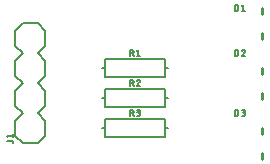
<source format=gbr>
G04 EAGLE Gerber RS-274X export*
G75*
%MOMM*%
%FSLAX34Y34*%
%LPD*%
%INSilkscreen Top*%
%IPPOS*%
%AMOC8*
5,1,8,0,0,1.08239X$1,22.5*%
G01*
%ADD10C,0.254000*%
%ADD11C,0.127000*%
%ADD12C,0.203200*%


D10*
X234823Y165354D02*
X234823Y160274D01*
X234823Y144018D02*
X234823Y139446D01*
D11*
X211725Y163195D02*
X211725Y168021D01*
X213065Y168021D01*
X213135Y168019D01*
X213205Y168014D01*
X213275Y168004D01*
X213344Y167992D01*
X213412Y167975D01*
X213479Y167955D01*
X213546Y167932D01*
X213610Y167905D01*
X213674Y167875D01*
X213736Y167841D01*
X213795Y167805D01*
X213853Y167765D01*
X213909Y167722D01*
X213962Y167677D01*
X214013Y167628D01*
X214062Y167577D01*
X214107Y167524D01*
X214150Y167468D01*
X214190Y167410D01*
X214226Y167351D01*
X214260Y167289D01*
X214290Y167225D01*
X214317Y167161D01*
X214340Y167094D01*
X214360Y167027D01*
X214377Y166959D01*
X214389Y166890D01*
X214399Y166820D01*
X214404Y166750D01*
X214406Y166680D01*
X214406Y164536D01*
X214404Y164466D01*
X214399Y164396D01*
X214389Y164326D01*
X214377Y164257D01*
X214360Y164189D01*
X214340Y164122D01*
X214317Y164055D01*
X214290Y163991D01*
X214260Y163927D01*
X214226Y163865D01*
X214190Y163806D01*
X214150Y163748D01*
X214107Y163692D01*
X214062Y163639D01*
X214013Y163588D01*
X213962Y163539D01*
X213909Y163494D01*
X213853Y163451D01*
X213795Y163411D01*
X213735Y163375D01*
X213674Y163341D01*
X213610Y163311D01*
X213546Y163284D01*
X213479Y163261D01*
X213412Y163241D01*
X213344Y163224D01*
X213275Y163212D01*
X213205Y163202D01*
X213135Y163197D01*
X213065Y163195D01*
X211725Y163195D01*
X217394Y166949D02*
X218735Y168021D01*
X218735Y163195D01*
X220075Y163195D02*
X217394Y163195D01*
D10*
X234823Y114554D02*
X234823Y109474D01*
X234823Y93218D02*
X234823Y88646D01*
D11*
X211725Y125095D02*
X211725Y129921D01*
X213065Y129921D01*
X213135Y129919D01*
X213205Y129914D01*
X213275Y129904D01*
X213344Y129892D01*
X213412Y129875D01*
X213479Y129855D01*
X213546Y129832D01*
X213610Y129805D01*
X213674Y129775D01*
X213736Y129741D01*
X213795Y129705D01*
X213853Y129665D01*
X213909Y129622D01*
X213962Y129577D01*
X214013Y129528D01*
X214062Y129477D01*
X214107Y129424D01*
X214150Y129368D01*
X214190Y129310D01*
X214226Y129251D01*
X214260Y129189D01*
X214290Y129125D01*
X214317Y129061D01*
X214340Y128994D01*
X214360Y128927D01*
X214377Y128859D01*
X214389Y128790D01*
X214399Y128720D01*
X214404Y128650D01*
X214406Y128580D01*
X214406Y126436D01*
X214404Y126366D01*
X214399Y126296D01*
X214389Y126226D01*
X214377Y126157D01*
X214360Y126089D01*
X214340Y126022D01*
X214317Y125955D01*
X214290Y125891D01*
X214260Y125827D01*
X214226Y125765D01*
X214190Y125706D01*
X214150Y125648D01*
X214107Y125592D01*
X214062Y125539D01*
X214013Y125488D01*
X213962Y125439D01*
X213909Y125394D01*
X213853Y125351D01*
X213795Y125311D01*
X213735Y125275D01*
X213674Y125241D01*
X213610Y125211D01*
X213546Y125184D01*
X213479Y125161D01*
X213412Y125141D01*
X213344Y125124D01*
X213275Y125112D01*
X213205Y125102D01*
X213135Y125097D01*
X213065Y125095D01*
X211725Y125095D01*
X218869Y129921D02*
X218937Y129919D01*
X219004Y129913D01*
X219071Y129904D01*
X219138Y129891D01*
X219203Y129874D01*
X219268Y129853D01*
X219331Y129829D01*
X219393Y129801D01*
X219453Y129770D01*
X219511Y129736D01*
X219567Y129698D01*
X219622Y129658D01*
X219673Y129614D01*
X219722Y129567D01*
X219769Y129518D01*
X219813Y129467D01*
X219853Y129412D01*
X219891Y129356D01*
X219925Y129298D01*
X219956Y129238D01*
X219984Y129176D01*
X220008Y129113D01*
X220029Y129048D01*
X220046Y128983D01*
X220059Y128916D01*
X220068Y128849D01*
X220074Y128782D01*
X220076Y128714D01*
X218869Y129921D02*
X218791Y129919D01*
X218713Y129913D01*
X218636Y129903D01*
X218559Y129890D01*
X218483Y129872D01*
X218408Y129851D01*
X218334Y129826D01*
X218262Y129797D01*
X218191Y129765D01*
X218122Y129729D01*
X218054Y129690D01*
X217989Y129647D01*
X217926Y129601D01*
X217865Y129552D01*
X217807Y129500D01*
X217752Y129445D01*
X217699Y129388D01*
X217650Y129328D01*
X217603Y129265D01*
X217560Y129201D01*
X217520Y129134D01*
X217483Y129065D01*
X217450Y128994D01*
X217420Y128922D01*
X217394Y128849D01*
X219673Y127776D02*
X219722Y127825D01*
X219769Y127877D01*
X219812Y127932D01*
X219853Y127989D01*
X219891Y128048D01*
X219925Y128109D01*
X219956Y128172D01*
X219984Y128236D01*
X220008Y128302D01*
X220028Y128368D01*
X220045Y128436D01*
X220058Y128505D01*
X220067Y128574D01*
X220073Y128644D01*
X220075Y128714D01*
X219673Y127776D02*
X217394Y125095D01*
X220075Y125095D01*
D10*
X234823Y63754D02*
X234823Y58674D01*
X234823Y42418D02*
X234823Y37846D01*
D11*
X211725Y74295D02*
X211725Y79121D01*
X213065Y79121D01*
X213135Y79119D01*
X213205Y79114D01*
X213275Y79104D01*
X213344Y79092D01*
X213412Y79075D01*
X213479Y79055D01*
X213546Y79032D01*
X213610Y79005D01*
X213674Y78975D01*
X213736Y78941D01*
X213795Y78905D01*
X213853Y78865D01*
X213909Y78822D01*
X213962Y78777D01*
X214013Y78728D01*
X214062Y78677D01*
X214107Y78624D01*
X214150Y78568D01*
X214190Y78510D01*
X214226Y78451D01*
X214260Y78389D01*
X214290Y78325D01*
X214317Y78261D01*
X214340Y78194D01*
X214360Y78127D01*
X214377Y78059D01*
X214389Y77990D01*
X214399Y77920D01*
X214404Y77850D01*
X214406Y77780D01*
X214406Y75636D01*
X214404Y75566D01*
X214399Y75496D01*
X214389Y75426D01*
X214377Y75357D01*
X214360Y75289D01*
X214340Y75222D01*
X214317Y75155D01*
X214290Y75091D01*
X214260Y75027D01*
X214226Y74965D01*
X214190Y74906D01*
X214150Y74848D01*
X214107Y74792D01*
X214062Y74739D01*
X214013Y74688D01*
X213962Y74639D01*
X213909Y74594D01*
X213853Y74551D01*
X213795Y74511D01*
X213735Y74475D01*
X213674Y74441D01*
X213610Y74411D01*
X213546Y74384D01*
X213479Y74361D01*
X213412Y74341D01*
X213344Y74324D01*
X213275Y74312D01*
X213205Y74302D01*
X213135Y74297D01*
X213065Y74295D01*
X211725Y74295D01*
X217394Y74295D02*
X218735Y74295D01*
X218806Y74297D01*
X218878Y74303D01*
X218948Y74312D01*
X219018Y74325D01*
X219088Y74342D01*
X219156Y74363D01*
X219223Y74387D01*
X219289Y74415D01*
X219353Y74446D01*
X219416Y74481D01*
X219476Y74519D01*
X219535Y74560D01*
X219591Y74604D01*
X219645Y74651D01*
X219696Y74700D01*
X219744Y74753D01*
X219790Y74808D01*
X219832Y74865D01*
X219872Y74925D01*
X219908Y74986D01*
X219941Y75050D01*
X219970Y75115D01*
X219996Y75181D01*
X220019Y75249D01*
X220038Y75318D01*
X220053Y75388D01*
X220064Y75458D01*
X220072Y75529D01*
X220076Y75600D01*
X220076Y75672D01*
X220072Y75743D01*
X220064Y75814D01*
X220053Y75884D01*
X220038Y75954D01*
X220019Y76023D01*
X219996Y76091D01*
X219970Y76157D01*
X219941Y76222D01*
X219908Y76286D01*
X219872Y76347D01*
X219832Y76407D01*
X219790Y76464D01*
X219744Y76519D01*
X219696Y76572D01*
X219645Y76621D01*
X219591Y76668D01*
X219535Y76712D01*
X219476Y76753D01*
X219416Y76791D01*
X219353Y76826D01*
X219289Y76857D01*
X219223Y76885D01*
X219156Y76909D01*
X219088Y76930D01*
X219018Y76947D01*
X218948Y76960D01*
X218878Y76969D01*
X218806Y76975D01*
X218735Y76977D01*
X219003Y79121D02*
X217394Y79121D01*
X219003Y79121D02*
X219068Y79119D01*
X219132Y79113D01*
X219196Y79103D01*
X219260Y79090D01*
X219322Y79072D01*
X219383Y79051D01*
X219443Y79027D01*
X219501Y78998D01*
X219558Y78966D01*
X219612Y78931D01*
X219664Y78893D01*
X219714Y78851D01*
X219761Y78807D01*
X219805Y78760D01*
X219847Y78710D01*
X219885Y78658D01*
X219920Y78604D01*
X219952Y78547D01*
X219981Y78489D01*
X220005Y78429D01*
X220026Y78368D01*
X220044Y78306D01*
X220057Y78242D01*
X220067Y78178D01*
X220073Y78114D01*
X220075Y78049D01*
X220073Y77984D01*
X220067Y77920D01*
X220057Y77856D01*
X220044Y77792D01*
X220026Y77730D01*
X220005Y77669D01*
X219981Y77609D01*
X219952Y77551D01*
X219920Y77494D01*
X219885Y77440D01*
X219847Y77388D01*
X219805Y77338D01*
X219761Y77291D01*
X219714Y77247D01*
X219664Y77205D01*
X219612Y77167D01*
X219558Y77132D01*
X219501Y77100D01*
X219443Y77071D01*
X219383Y77047D01*
X219322Y77026D01*
X219260Y77008D01*
X219196Y76995D01*
X219132Y76985D01*
X219068Y76979D01*
X219003Y76977D01*
X219003Y76976D02*
X217930Y76976D01*
D12*
X25400Y133350D02*
X25400Y146050D01*
X31750Y152400D01*
X44450Y152400D02*
X50800Y146050D01*
X25400Y107950D02*
X31750Y101600D01*
X25400Y107950D02*
X25400Y120650D01*
X31750Y127000D01*
X44450Y127000D02*
X50800Y120650D01*
X50800Y107950D01*
X44450Y101600D01*
X31750Y127000D02*
X25400Y133350D01*
X44450Y127000D02*
X50800Y133350D01*
X50800Y146050D01*
X25400Y69850D02*
X25400Y57150D01*
X25400Y69850D02*
X31750Y76200D01*
X44450Y76200D02*
X50800Y69850D01*
X31750Y76200D02*
X25400Y82550D01*
X25400Y95250D01*
X31750Y101600D01*
X44450Y101600D02*
X50800Y95250D01*
X50800Y82550D01*
X44450Y76200D01*
X44450Y50800D02*
X31750Y50800D01*
X25400Y57150D01*
X44450Y50800D02*
X50800Y57150D01*
X50800Y69850D01*
X44450Y152400D02*
X31750Y152400D01*
D11*
X22423Y53044D02*
X18669Y53044D01*
X22423Y53043D02*
X22488Y53041D01*
X22552Y53035D01*
X22616Y53025D01*
X22680Y53012D01*
X22742Y52994D01*
X22803Y52973D01*
X22863Y52949D01*
X22921Y52920D01*
X22978Y52888D01*
X23032Y52853D01*
X23084Y52815D01*
X23134Y52773D01*
X23181Y52729D01*
X23225Y52682D01*
X23267Y52632D01*
X23305Y52580D01*
X23340Y52526D01*
X23372Y52469D01*
X23401Y52411D01*
X23425Y52351D01*
X23446Y52290D01*
X23464Y52228D01*
X23477Y52164D01*
X23487Y52100D01*
X23493Y52036D01*
X23495Y51971D01*
X23495Y51435D01*
X19741Y55992D02*
X18669Y57332D01*
X23495Y57332D01*
X23495Y55992D02*
X23495Y58673D01*
D12*
X101600Y121920D02*
X152400Y121920D01*
X152400Y114300D01*
X152400Y106680D01*
X101600Y106680D01*
X101600Y114300D01*
X101600Y121920D01*
X152400Y114300D02*
X154940Y114300D01*
X101600Y114300D02*
X99060Y114300D01*
D11*
X122948Y125095D02*
X122948Y129921D01*
X124289Y129921D01*
X124360Y129919D01*
X124432Y129913D01*
X124502Y129904D01*
X124572Y129891D01*
X124642Y129874D01*
X124710Y129853D01*
X124777Y129829D01*
X124843Y129801D01*
X124907Y129770D01*
X124970Y129735D01*
X125030Y129697D01*
X125089Y129656D01*
X125145Y129612D01*
X125199Y129565D01*
X125250Y129516D01*
X125298Y129463D01*
X125344Y129408D01*
X125386Y129351D01*
X125426Y129291D01*
X125462Y129230D01*
X125495Y129166D01*
X125524Y129101D01*
X125550Y129035D01*
X125573Y128967D01*
X125592Y128898D01*
X125607Y128828D01*
X125618Y128758D01*
X125626Y128687D01*
X125630Y128616D01*
X125630Y128544D01*
X125626Y128473D01*
X125618Y128402D01*
X125607Y128332D01*
X125592Y128262D01*
X125573Y128193D01*
X125550Y128125D01*
X125524Y128059D01*
X125495Y127994D01*
X125462Y127930D01*
X125426Y127869D01*
X125386Y127809D01*
X125344Y127752D01*
X125298Y127697D01*
X125250Y127644D01*
X125199Y127595D01*
X125145Y127548D01*
X125089Y127504D01*
X125030Y127463D01*
X124970Y127425D01*
X124907Y127390D01*
X124843Y127359D01*
X124777Y127331D01*
X124710Y127307D01*
X124642Y127286D01*
X124572Y127269D01*
X124502Y127256D01*
X124432Y127247D01*
X124360Y127241D01*
X124289Y127239D01*
X124289Y127240D02*
X122948Y127240D01*
X124557Y127240D02*
X125629Y125095D01*
X128371Y128849D02*
X129711Y129921D01*
X129711Y125095D01*
X128371Y125095D02*
X131052Y125095D01*
D12*
X152400Y96520D02*
X101600Y96520D01*
X152400Y96520D02*
X152400Y88900D01*
X152400Y81280D01*
X101600Y81280D01*
X101600Y88900D01*
X101600Y96520D01*
X152400Y88900D02*
X154940Y88900D01*
X101600Y88900D02*
X99060Y88900D01*
D11*
X122948Y99695D02*
X122948Y104521D01*
X124289Y104521D01*
X124360Y104519D01*
X124432Y104513D01*
X124502Y104504D01*
X124572Y104491D01*
X124642Y104474D01*
X124710Y104453D01*
X124777Y104429D01*
X124843Y104401D01*
X124907Y104370D01*
X124970Y104335D01*
X125030Y104297D01*
X125089Y104256D01*
X125145Y104212D01*
X125199Y104165D01*
X125250Y104116D01*
X125298Y104063D01*
X125344Y104008D01*
X125386Y103951D01*
X125426Y103891D01*
X125462Y103830D01*
X125495Y103766D01*
X125524Y103701D01*
X125550Y103635D01*
X125573Y103567D01*
X125592Y103498D01*
X125607Y103428D01*
X125618Y103358D01*
X125626Y103287D01*
X125630Y103216D01*
X125630Y103144D01*
X125626Y103073D01*
X125618Y103002D01*
X125607Y102932D01*
X125592Y102862D01*
X125573Y102793D01*
X125550Y102725D01*
X125524Y102659D01*
X125495Y102594D01*
X125462Y102530D01*
X125426Y102469D01*
X125386Y102409D01*
X125344Y102352D01*
X125298Y102297D01*
X125250Y102244D01*
X125199Y102195D01*
X125145Y102148D01*
X125089Y102104D01*
X125030Y102063D01*
X124970Y102025D01*
X124907Y101990D01*
X124843Y101959D01*
X124777Y101931D01*
X124710Y101907D01*
X124642Y101886D01*
X124572Y101869D01*
X124502Y101856D01*
X124432Y101847D01*
X124360Y101841D01*
X124289Y101839D01*
X124289Y101840D02*
X122948Y101840D01*
X124557Y101840D02*
X125629Y99695D01*
X129845Y104521D02*
X129913Y104519D01*
X129980Y104513D01*
X130047Y104504D01*
X130114Y104491D01*
X130179Y104474D01*
X130244Y104453D01*
X130307Y104429D01*
X130369Y104401D01*
X130429Y104370D01*
X130487Y104336D01*
X130543Y104298D01*
X130598Y104258D01*
X130649Y104214D01*
X130698Y104167D01*
X130745Y104118D01*
X130789Y104067D01*
X130829Y104012D01*
X130867Y103956D01*
X130901Y103898D01*
X130932Y103838D01*
X130960Y103776D01*
X130984Y103713D01*
X131005Y103648D01*
X131022Y103583D01*
X131035Y103516D01*
X131044Y103449D01*
X131050Y103382D01*
X131052Y103314D01*
X129845Y104521D02*
X129767Y104519D01*
X129689Y104513D01*
X129612Y104503D01*
X129535Y104490D01*
X129459Y104472D01*
X129384Y104451D01*
X129310Y104426D01*
X129238Y104397D01*
X129167Y104365D01*
X129098Y104329D01*
X129030Y104290D01*
X128965Y104247D01*
X128902Y104201D01*
X128841Y104152D01*
X128783Y104100D01*
X128728Y104045D01*
X128675Y103988D01*
X128626Y103928D01*
X128579Y103865D01*
X128536Y103801D01*
X128496Y103734D01*
X128459Y103665D01*
X128426Y103594D01*
X128396Y103522D01*
X128370Y103449D01*
X130650Y102376D02*
X130699Y102425D01*
X130746Y102477D01*
X130789Y102532D01*
X130830Y102589D01*
X130868Y102648D01*
X130902Y102709D01*
X130933Y102772D01*
X130961Y102836D01*
X130985Y102902D01*
X131005Y102968D01*
X131022Y103036D01*
X131035Y103105D01*
X131044Y103174D01*
X131050Y103244D01*
X131052Y103314D01*
X130650Y102376D02*
X128371Y99695D01*
X131052Y99695D01*
D12*
X152400Y71120D02*
X101600Y71120D01*
X152400Y71120D02*
X152400Y63500D01*
X152400Y55880D01*
X101600Y55880D01*
X101600Y63500D01*
X101600Y71120D01*
X152400Y63500D02*
X154940Y63500D01*
X101600Y63500D02*
X99060Y63500D01*
D11*
X122948Y74295D02*
X122948Y79121D01*
X124289Y79121D01*
X124360Y79119D01*
X124432Y79113D01*
X124502Y79104D01*
X124572Y79091D01*
X124642Y79074D01*
X124710Y79053D01*
X124777Y79029D01*
X124843Y79001D01*
X124907Y78970D01*
X124970Y78935D01*
X125030Y78897D01*
X125089Y78856D01*
X125145Y78812D01*
X125199Y78765D01*
X125250Y78716D01*
X125298Y78663D01*
X125344Y78608D01*
X125386Y78551D01*
X125426Y78491D01*
X125462Y78430D01*
X125495Y78366D01*
X125524Y78301D01*
X125550Y78235D01*
X125573Y78167D01*
X125592Y78098D01*
X125607Y78028D01*
X125618Y77958D01*
X125626Y77887D01*
X125630Y77816D01*
X125630Y77744D01*
X125626Y77673D01*
X125618Y77602D01*
X125607Y77532D01*
X125592Y77462D01*
X125573Y77393D01*
X125550Y77325D01*
X125524Y77259D01*
X125495Y77194D01*
X125462Y77130D01*
X125426Y77069D01*
X125386Y77009D01*
X125344Y76952D01*
X125298Y76897D01*
X125250Y76844D01*
X125199Y76795D01*
X125145Y76748D01*
X125089Y76704D01*
X125030Y76663D01*
X124970Y76625D01*
X124907Y76590D01*
X124843Y76559D01*
X124777Y76531D01*
X124710Y76507D01*
X124642Y76486D01*
X124572Y76469D01*
X124502Y76456D01*
X124432Y76447D01*
X124360Y76441D01*
X124289Y76439D01*
X124289Y76440D02*
X122948Y76440D01*
X124557Y76440D02*
X125629Y74295D01*
X128371Y74295D02*
X129711Y74295D01*
X129782Y74297D01*
X129854Y74303D01*
X129924Y74312D01*
X129994Y74325D01*
X130064Y74342D01*
X130132Y74363D01*
X130199Y74387D01*
X130265Y74415D01*
X130329Y74446D01*
X130392Y74481D01*
X130452Y74519D01*
X130511Y74560D01*
X130567Y74604D01*
X130621Y74651D01*
X130672Y74700D01*
X130720Y74753D01*
X130766Y74808D01*
X130808Y74865D01*
X130848Y74925D01*
X130884Y74986D01*
X130917Y75050D01*
X130946Y75115D01*
X130972Y75181D01*
X130995Y75249D01*
X131014Y75318D01*
X131029Y75388D01*
X131040Y75458D01*
X131048Y75529D01*
X131052Y75600D01*
X131052Y75672D01*
X131048Y75743D01*
X131040Y75814D01*
X131029Y75884D01*
X131014Y75954D01*
X130995Y76023D01*
X130972Y76091D01*
X130946Y76157D01*
X130917Y76222D01*
X130884Y76286D01*
X130848Y76347D01*
X130808Y76407D01*
X130766Y76464D01*
X130720Y76519D01*
X130672Y76572D01*
X130621Y76621D01*
X130567Y76668D01*
X130511Y76712D01*
X130452Y76753D01*
X130392Y76791D01*
X130329Y76826D01*
X130265Y76857D01*
X130199Y76885D01*
X130132Y76909D01*
X130064Y76930D01*
X129994Y76947D01*
X129924Y76960D01*
X129854Y76969D01*
X129782Y76975D01*
X129711Y76977D01*
X129979Y79121D02*
X128371Y79121D01*
X129979Y79121D02*
X130044Y79119D01*
X130108Y79113D01*
X130172Y79103D01*
X130236Y79090D01*
X130298Y79072D01*
X130359Y79051D01*
X130419Y79027D01*
X130477Y78998D01*
X130534Y78966D01*
X130588Y78931D01*
X130640Y78893D01*
X130690Y78851D01*
X130737Y78807D01*
X130781Y78760D01*
X130823Y78710D01*
X130861Y78658D01*
X130896Y78604D01*
X130928Y78547D01*
X130957Y78489D01*
X130981Y78429D01*
X131002Y78368D01*
X131020Y78306D01*
X131033Y78242D01*
X131043Y78178D01*
X131049Y78114D01*
X131051Y78049D01*
X131049Y77984D01*
X131043Y77920D01*
X131033Y77856D01*
X131020Y77792D01*
X131002Y77730D01*
X130981Y77669D01*
X130957Y77609D01*
X130928Y77551D01*
X130896Y77494D01*
X130861Y77440D01*
X130823Y77388D01*
X130781Y77338D01*
X130737Y77291D01*
X130690Y77247D01*
X130640Y77205D01*
X130588Y77167D01*
X130534Y77132D01*
X130477Y77100D01*
X130419Y77071D01*
X130359Y77047D01*
X130298Y77026D01*
X130236Y77008D01*
X130172Y76995D01*
X130108Y76985D01*
X130044Y76979D01*
X129979Y76977D01*
X129979Y76976D02*
X128907Y76976D01*
M02*

</source>
